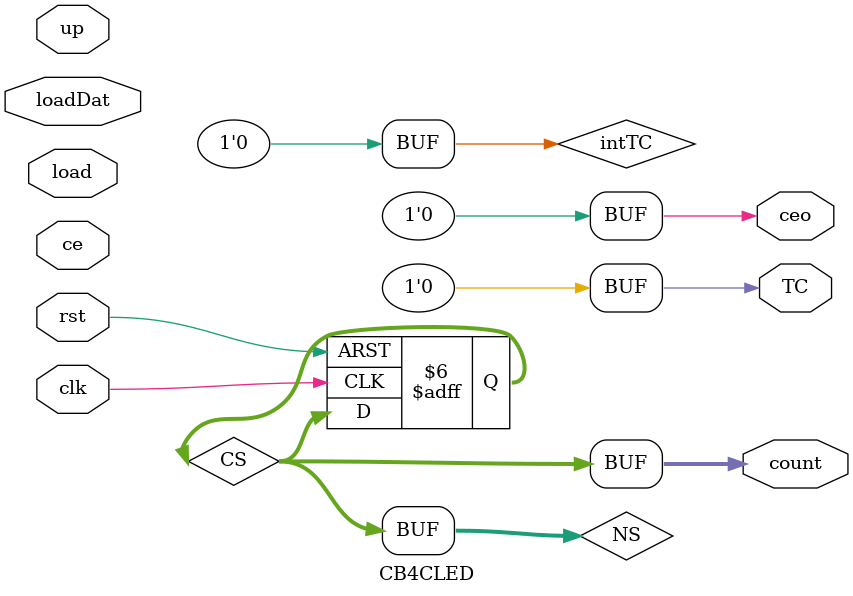
<source format=v>


// Author(s)      : Fearghal Morgan
// Organisation   : University of Galway
// Email          : fearghal.morgan@university.ie
// Date           : 11/09/2023

// Description
// If load = 1, synchronously loads count = loadDat
// else if ce  = 1, synchronously
//   if up = 1, counts up
//   else counts down
// 
// TC terminal count combinationally asserted when 
//  up = 1 and count = 0xf (0d15)   or
//  up = 0 and count = 0 
// 
// ceo count enable output combinationally asserted when 
//  ce = 1 and TC = 1

// entity signal dictionary
// clk	System clk strobe, rising edge active
// rst	Asynchronous rst signal, asserted high
// load	Assertion (h) synchronously loads loadDat(3:0) in count(3:0)
// Signal load has priority over ce (chip enable)
// loadDat	4-bit load data
// ce	Assertion (h) enables synchronous counting (when load is 
// deasserted)
// up	Assert (h) for up counting mode. 


// Deassert for down counting mode.
// count	Counter 4-bit output
// Value rolls over 0f to 0 in count up mode  
// Value rolls over 0 to 0f in count down mode
// TC	Terminal count, asserted when 
// up = 1 and count = 0xf (0d15) or 
// up = 0 and count = 0
// ceo	Count enable output, asserted when ce = 1 and TC = 1

// internal signal dictionary
// intTC	internal terminal count signal, asserted when 
// up = 1 and count = 0xf (0d15) or 
// up = 0 and count = 0
// CS	Current state signal
// NS	Next state signal

// Title Section End
// module declaration
module CB4CLED(
		clk,
		rst,
		load,
		loadDat,
		ce,
		up,
		count,
		TC,
		ceo
	);

	// Port definitions
	input  clk;
	input  rst;
	input  load;
	input [3:0] loadDat;
	input  ce;
	input  up;
	output [3:0] count;
	output  TC;
	output  ceo;

    wire [3:0] count;
    wire  TC;
    reg  ceo;

    // Internal signal declarations
    reg  intTC;
    reg [3:0] CS;
    reg [3:0] NS;

    always @(load or loadDat or ce or up or CS)
    begin : NSDecode_p
    	NS = CS; // Default assignment
    /// if load = 1'b1 
    ///  NS = loadDat 
    /// else if ce = 1'b1 
    ///  if up = 1'b1 
    ///  NS = CS + 1'b1 
    ///  else 
    ///  NS = CS - 1'b1
    ///  end if
    /// end if
    end

    always @(up or CS)
    begin : intTC_p
    	intTC = 1'b0; // Default assignment
    /// if up = 1'b1
    ///  if CS = 15 
    ///  intTC = 1'b1 
    ///  end if
    /// else 
    ///  if CS = 1'b0 
    ///  intTC = 1'b1 
    ///  end if
    /// end if
    end

    always @(ce or intTC)
    begin : ceo_p
    	ceo = 1'b0; // Default assignment
    /// if ce = 1'b1 and intTC = 1'b1
    ///  ceo = 1'b1
    /// end if
    end

    assign count = CS;

    assign TC = intTC;

    always @(posedge clk or posedge rst)
    begin : stateReg_p	
    	if ( rst == 1'b1 )
    		begin
    		CS <= 4'b0;
    		end
    	else
    		begin
    		CS <= NS;
    		end
    end

endmodule


</source>
